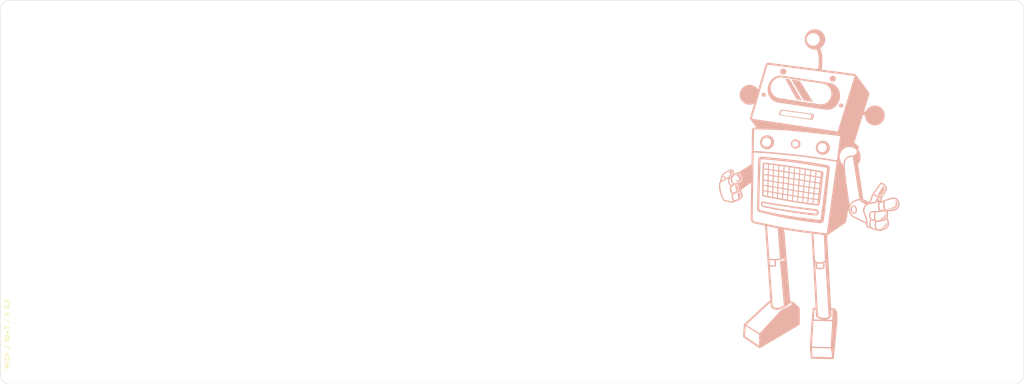
<source format=kicad_pcb>
(kicad_pcb (version 20171130) (host pcbnew "(5.1.6-0-10_14)")
  (layers (0 F.Cu signal) (31 B.Cu signal) (34 B.Paste user) (35 F.Paste user) (36 B.SilkS user) (37 F.SilkS user) (38 B.Mask user) (39 F.Mask user) (44 Edge.Cuts user))
  (net 0 "")
  (module Robot:robot3 (layer B.Cu) (at 252.222 99.822 180)
    (fp_text reference G*** hide)
    (fp_text value LOGO hide)
  )
  (module MountingHole:MountingHole_3.2mm_M3 (layer F.Cu) (at 211.582 70.612)
    (fp_text reference H3 hide)
    (fp_text value MountingHole)
    (pad 1 np_thru_hole circle (at 0 0) (size 3.2 3.2) (drill 3.2) (layers *.Cu *.Mask))
  )
  (module MountingHole:MountingHole_3.2mm_M3 (layer F.Cu) (at 76.962 127)
    (fp_text reference H13 hide)
    (fp_text value MountingHole)
    (pad 1 np_thru_hole circle (at 0 0) (size 3.2 3.2) (drill 3.2) (layers *.Cu *.Mask))
  )
  (module MountingHole:MountingHole_3.2mm_M3 (layer F.Cu) (at 286.512 127)
    (fp_text reference H12 hide)
    (fp_text value MountingHole)
    (pad 1 np_thru_hole circle (at 0 0) (size 3.2 3.2) (drill 3.2) (layers *.Cu *.Mask))
  )
  (module MountingHole:MountingHole_3.2mm_M3 (layer F.Cu) (at 286.766 70.612)
    (fp_text reference H5 hide)
    (fp_text value MountingHole)
    (pad 1 np_thru_hole circle (at 0 0) (size 3.2 3.2) (drill 3.2) (layers *.Cu *.Mask))
  )
  (module MountingHole:MountingHole_3.2mm_M3 (layer F.Cu) (at 99.06 126.492)
    (fp_text reference H10 hide)
    (fp_text value MountingHole)
    (pad 1 np_thru_hole circle (at 0 0) (size 3.2 3.2) (drill 3.2) (layers *.Cu *.Mask))
  )
  (module MountingHole:MountingHole_3.2mm_M3 (layer F.Cu) (at 211.582 127)
    (fp_text reference H4 hide)
    (fp_text value MountingHole)
    (pad 1 np_thru_hole circle (at 0 0) (size 3.2 3.2) (drill 3.2) (layers *.Cu *.Mask))
  )
  (module MountingHole:MountingHole_3.2mm_M3 (layer F.Cu) (at 98.806 70.612)
    (fp_text reference H2 hide)
    (fp_text value MountingHole)
    (pad 1 np_thru_hole circle (at 0 0) (size 3.2 3.2) (drill 3.2) (layers *.Cu *.Mask))
  )
  (module MountingHole:MountingHole_3.2mm_M3 (layer F.Cu) (at 155.194 70.358)
    (fp_text reference H1 hide)
    (fp_text value MountingHole)
    (pad 1 np_thru_hole circle (at 0 0) (size 3.2 3.2) (drill 3.2) (layers *.Cu *.Mask))
  )
  (module MountingHole:MountingHole_3.2mm_M3 (layer F.Cu) (at 155.448 127)
    (fp_text reference H11 hide)
    (fp_text value MountingHole)
    (pad 1 np_thru_hole circle (at 0 0) (size 3.2 3.2) (drill 3.2) (layers *.Cu *.Mask))
  )
  (gr_arc (start 303.784 145.034) (end 303.784 147.32) (angle -90) (layer Edge.Cuts) (width 0.1))
  (gr_arc (start 303.784 53.594) (end 306.07 53.594) (angle -90) (layer Edge.Cuts) (width 0.1))
  (gr_arc (start 52.324 145.034) (end 50.038 145.034) (angle -90) (layer Edge.Cuts) (width 0.1))
  (gr_arc (start 52.324 53.594) (end 52.324 51.308) (angle -90) (layer Edge.Cuts) (width 0.1))
  (gr_line (start 50.038 145.034) (end 50.038 53.594) (layer Edge.Cuts) (width 0.1))
  (gr_line (start 303.784 147.32) (end 52.324 147.32) (layer Edge.Cuts) (width 0.1))
  (gr_line (start 306.07 53.594) (end 306.07 145.034) (layer Edge.Cuts) (width 0.1))
  (gr_line (start 52.324 51.308) (end 303.784 51.308) (layer Edge.Cuts) (width 0.1))
  (gr_text "MECH / 50+3 / V 0.3" (at 51.816 134.874 90) (layer F.SilkS) (effects (font (size 1 1))))
)
</source>
